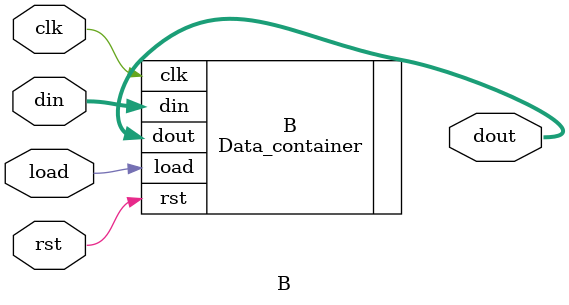
<source format=v>
`timescale 1ns / 1ps


module B(
    input wire clk,    // 时钟输入
    input wire rst,    // 复位输入
    input wire [31:0] din, // 数据输入
    input wire load,   // 载入控制输入
    output wire [31:0] dout // 数据输出
    );

Data_container B(
    .clk(clk),
    .rst(rst),
    .din(din),
    .load(load),
    .dout(dout)
);

endmodule

</source>
